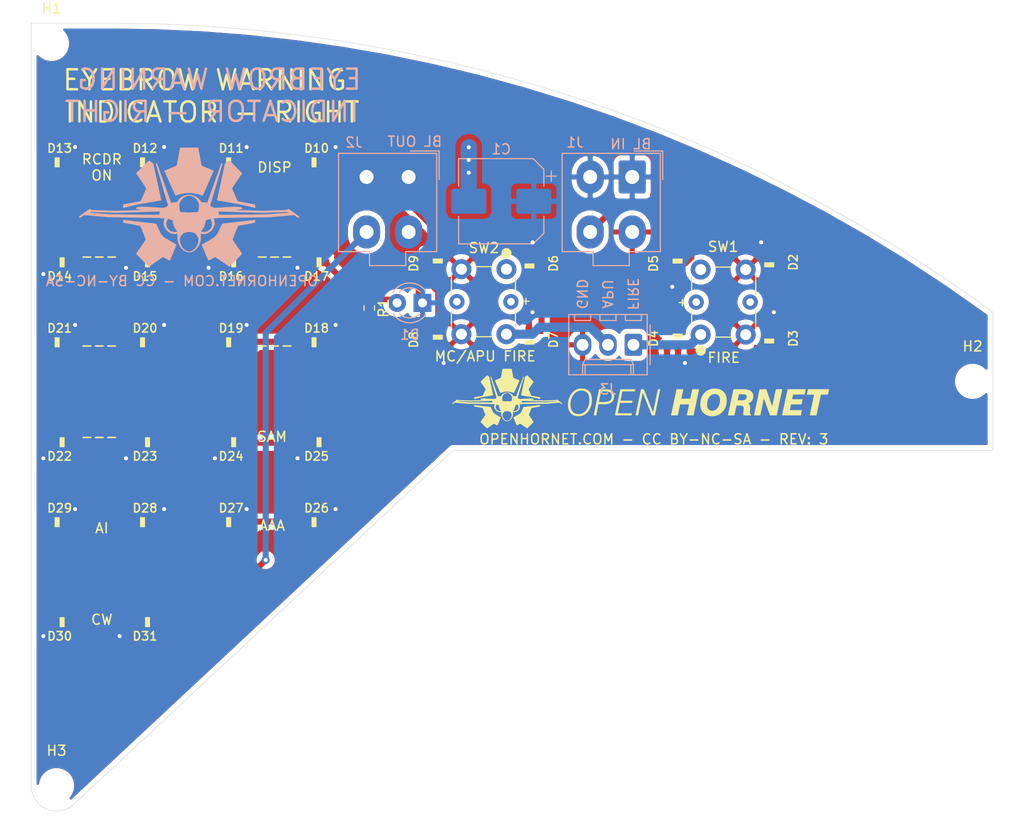
<source format=kicad_pcb>
(kicad_pcb (version 20171130) (host pcbnew "(5.1.9)-1")
  (layers (0 F.Cu signal) (31 B.Cu signal) (34 B.Paste user) (35 F.Paste user) (36 B.SilkS user) (37 F.SilkS user) (38 B.Mask user) (39 F.Mask user) (44 Edge.Cuts user))
  (net 0 "")
  (net 1 GND)
  (net 2 +5V)
  (net 3 "Net-(D1-Pad2)")
  (net 4 /DIN)
  (net 5 "Net-(D2-Pad1)")
  (net 6 "Net-(D3-Pad1)")
  (net 7 "Net-(D4-Pad1)")
  (net 8 "Net-(D5-Pad1)")
  (net 9 "Net-(D6-Pad1)")
  (net 10 "Net-(D7-Pad1)")
  (net 11 "Net-(D8-Pad1)")
  (net 12 /DOUT1)
  (net 13 "Net-(D10-Pad1)")
  (net 14 "Net-(D11-Pad1)")
  (net 15 "Net-(D12-Pad1)")
  (net 16 "Net-(D13-Pad1)")
  (net 17 "Net-(D14-Pad1)")
  (net 18 "Net-(D15-Pad1)")
  (net 19 "Net-(D16-Pad1)")
  (net 20 /DOUT2)
  (net 21 "Net-(D18-Pad1)")
  (net 22 "Net-(D19-Pad1)")
  (net 23 "Net-(D20-Pad1)")
  (net 24 "Net-(D21-Pad1)")
  (net 25 "Net-(D22-Pad1)")
  (net 26 "Net-(D23-Pad1)")
  (net 27 "Net-(D24-Pad1)")
  (net 28 /DOUT3)
  (net 29 "Net-(D26-Pad1)")
  (net 30 "Net-(D27-Pad1)")
  (net 31 "Net-(D28-Pad1)")
  (net 32 "Net-(D29-Pad1)")
  (net 33 "Net-(D30-Pad1)")
  (net 34 /DOUT)
  (net 35 /MC_SW)
  (net 36 /FIRE_SW)
  (module "KiCAD Libraries:OH_LOGO_37.7mm_5.9mm" (layer F.Cu) (at 162.242499 94.998797)
    (fp_text reference G*** hide)
    (fp_text value LOGO hide)
  )
  (module "KiCAD Libraries:OH_LOGO_ONLY_22mm_12mm" (layer B.Cu) (at 117.157499 75.948797 180)
    (fp_text reference G*** hide)
    (fp_text value LOGO hide)
  )
  (module KiCAD_Libraries:TL1240GQ (layer F.Cu) (at 144.339049 88.562196 90)
    (fp_text reference SW2 (at 8.62 2.25 180) (layer F.SilkS))
    (fp_text value "MC/APU FIRE" (at -2.21 2.38 180) (layer F.SilkS))
    (fp_text user + (at 3.3 6.4 90) (layer F.SilkS) (effects (font (size 0.8 0.8) (thickness 0.12))))
    (pad 4 thru_hole circle (at 3.25 4.95 90) (size 1.524 1.524) (drill 0.762) (layers *.Cu *.Mask))
    (pad 3 thru_hole circle (at 3.25 -0.45 90) (size 1.524 1.524) (drill 0.762) (layers *.Cu *.Mask))
    (pad 2 thru_hole circle (at 6.5 0 180) (size 2 2) (drill 1.1) (layers *.Cu *.Mask) (net 1 GND))
    (pad 1 thru_hole circle (at 6.5 4.5 180) (size 2 2) (drill 1.1) (layers *.Cu *.Mask))
    (pad 2 thru_hole circle (at 0 0 180) (size 2 2) (drill 1.1) (layers *.Cu *.Mask) (net 1 GND))
    (pad 1 thru_hole circle (at 0 4.5 180) (size 2 2) (drill 1.1) (layers *.Cu *.Mask) (net 35 /MC_SW))
  )
  (module KiCAD_Libraries:TL1240GQ (layer F.Cu) (at 172.759049 82.102196 270)
    (fp_text reference SW1 (at -2.28 2.26 180) (layer F.SilkS))
    (fp_text value FIRE (at 8.81 2.19 180) (layer F.SilkS))
    (fp_text user + (at 3.3 6.4 90) (layer F.SilkS) (effects (font (size 0.8 0.8) (thickness 0.12))))
    (pad 4 thru_hole circle (at 3.25 4.95 270) (size 1.524 1.524) (drill 0.762) (layers *.Cu *.Mask))
    (pad 3 thru_hole circle (at 3.25 -0.45 270) (size 1.524 1.524) (drill 0.762) (layers *.Cu *.Mask))
    (pad 2 thru_hole circle (at 6.5 0) (size 2 2) (drill 1.1) (layers *.Cu *.Mask) (net 1 GND))
    (pad 1 thru_hole circle (at 6.5 4.5) (size 2 2) (drill 1.1) (layers *.Cu *.Mask) (net 36 /FIRE_SW))
    (pad 2 thru_hole circle (at 0 0) (size 2 2) (drill 1.1) (layers *.Cu *.Mask) (net 1 GND))
    (pad 1 thru_hole circle (at 0 4.5) (size 2 2) (drill 1.1) (layers *.Cu *.Mask))
  )
  (module Resistor_SMD:R_0603_1608Metric (layer F.Cu) (at 135.12905 85.937195 270)
    (fp_text reference R1 (at 0 -1.43 90) (layer F.SilkS))
    (fp_text value R)
    (pad 2 smd roundrect (at 0.825 0 270) (size 0.8 0.95) (layers F.Cu F.Paste F.Mask) (net 1 GND))
    (pad 1 smd roundrect (at -0.825 0 270) (size 0.8 0.95) (layers F.Cu F.Paste F.Mask) (net 3 "Net-(D1-Pad2)"))
  )
  (module Connector_Molex:Molex_KK-254_AE-6410-03A_1x03_P2.54mm_Vertical (layer B.Cu) (at 161.5313 89.623143 180)
    (fp_text reference J3 (at 2.54 -4.445) (layer B.SilkS) (effects (justify mirror)))
    (fp_text value SW)
    (pad 3 thru_hole oval (at 5.08 0 180) (size 1.74 2.19) (drill 1.19) (layers *.Cu *.Mask) (net 1 GND))
    (pad 2 thru_hole oval (at 2.54 0 180) (size 1.74 2.19) (drill 1.19) (layers *.Cu *.Mask) (net 35 /MC_SW))
    (pad 1 thru_hole roundrect (at 0 0 180) (size 1.74 2.19) (drill 1.19) (layers *.Cu *.Mask) (roundrect_rratio 0.1436775862068966) (net 36 /FIRE_SW))
  )
  (module Connector_Molex:Molex_Mini-Fit_Jr_5566-04A_2x02_P4.20mm_Vertical (layer B.Cu) (at 139.0613 72.844144 180)
    (fp_text reference J2 (at 5.47 3.45) (layer B.SilkS) (effects (justify mirror)))
    (fp_text value "BL OUT" (at -0.626 3.541001) (layer B.SilkS) (effects (justify mirror)))
    (pad 4 thru_hole oval (at 4.2 -5.5 180) (size 2.7 3.3) (drill 1.4) (layers *.Cu *.Mask) (net 34 /DOUT))
    (pad 3 thru_hole oval (at 0 -5.5 180) (size 2.7 3.3) (drill 1.4) (layers *.Cu *.Mask) (net 1 GND))
    (pad 2 thru_hole oval (at 4.2 0 180) (size 2.7 3.3) (drill 1.4) (layers *.Cu *.Mask) (net 2 +5V))
    (pad 1 thru_hole roundrect (at 0 0 180) (size 2.7 3.3) (drill 1.4) (layers *.Cu *.Mask) (roundrect_rratio 0.09259296296296296) (net 2 +5V))
  )
  (module Connector_Molex:Molex_Mini-Fit_Jr_5566-04A_2x02_P4.20mm_Vertical (layer B.Cu) (at 161.4133 72.844144 180)
    (fp_text reference J1 (at 5.724 3.45) (layer B.SilkS) (effects (justify mirror)))
    (fp_text value "BL IN" (at 0.136 3.287001) (layer B.SilkS) (effects (justify mirror)))
    (pad 4 thru_hole oval (at 4.2 -5.5 180) (size 2.7 3.3) (drill 1.4) (layers *.Cu *.Mask) (net 4 /DIN))
    (pad 3 thru_hole oval (at 0 -5.5 180) (size 2.7 3.3) (drill 1.4) (layers *.Cu *.Mask) (net 1 GND))
    (pad 2 thru_hole oval (at 4.2 0 180) (size 2.7 3.3) (drill 1.4) (layers *.Cu *.Mask) (net 2 +5V))
    (pad 1 thru_hole roundrect (at 0 0 180) (size 2.7 3.3) (drill 1.4) (layers *.Cu *.Mask) (roundrect_rratio 0.09259296296296296) (net 2 +5V))
  )
  (module MountingHole:MountingHole_2.5mm (layer F.Cu) (at 103.873299 133.692144)
    (fp_text reference H3 (at 0 -3.5) (layer F.SilkS))
    (fp_text value MountingHole)
    (pad 1 np_thru_hole circle (at 0 0) (size 2.5 2.5) (drill 2.5) (layers *.Cu *.Mask))
  )
  (module MountingHole:MountingHole_2.5mm (layer F.Cu) (at 195.440298 93.273658)
    (fp_text reference H2 (at 0 -3.5) (layer F.SilkS))
    (fp_text value MountingHole)
    (pad 1 np_thru_hole circle (at 0 0) (size 2.5 2.5) (drill 2.5) (layers *.Cu *.Mask))
  )
  (module MountingHole:MountingHole_2.5mm (layer F.Cu) (at 103.365299 59.502298)
    (fp_text reference H1 (at 0 -3.5) (layer F.SilkS))
    (fp_text value MountingHole)
    (pad 1 np_thru_hole circle (at 0 0) (size 2.5 2.5) (drill 2.5) (layers *.Cu *.Mask))
  )
  (module KiCAD_Libraries:WS2812-2020 (layer F.Cu) (at 112.712499 116.842797)
    (fp_text reference D31 (at 0 1.905) (layer F.SilkS) (effects (font (size 0.85 0.85))))
    (fp_text value LED hide)
    (pad 4 smd rect (at -0.915 0.55) (size 0.7 0.7) (layers F.Cu F.Paste F.Mask) (net 2 +5V))
    (pad 3 smd rect (at -0.915 -0.55) (size 0.7 0.7) (layers F.Cu F.Paste F.Mask) (net 33 "Net-(D30-Pad1)"))
    (pad 2 smd rect (at 0.915 -0.55) (size 0.7 0.7) (layers F.Cu F.Paste F.Mask) (net 1 GND))
    (pad 1 smd rect (at 0.915 0.55) (size 0.7 0.7) (layers F.Cu F.Paste F.Mask) (net 34 /DOUT))
  )
  (module KiCAD_Libraries:WS2812-2020 (layer F.Cu) (at 104.178099 116.842797)
    (fp_text reference D30 (at 0 1.905) (layer F.SilkS) (effects (font (size 0.85 0.85))))
    (fp_text value LED hide)
    (pad 4 smd rect (at -0.915 0.55) (size 0.7 0.7) (layers F.Cu F.Paste F.Mask) (net 2 +5V))
    (pad 3 smd rect (at -0.915 -0.55) (size 0.7 0.7) (layers F.Cu F.Paste F.Mask) (net 32 "Net-(D29-Pad1)"))
    (pad 2 smd rect (at 0.915 -0.55) (size 0.7 0.7) (layers F.Cu F.Paste F.Mask) (net 1 GND))
    (pad 1 smd rect (at 0.915 0.55) (size 0.7 0.7) (layers F.Cu F.Paste F.Mask) (net 33 "Net-(D30-Pad1)"))
  )
  (module KiCAD_Libraries:WS2812-2020 (layer F.Cu) (at 104.178099 107.851197 180)
    (fp_text reference D29 (at 0 1.905) (layer F.SilkS) (effects (font (size 0.85 0.85))))
    (fp_text value LED hide)
    (pad 4 smd rect (at -0.915 0.55 180) (size 0.7 0.7) (layers F.Cu F.Paste F.Mask) (net 2 +5V))
    (pad 3 smd rect (at -0.915 -0.55 180) (size 0.7 0.7) (layers F.Cu F.Paste F.Mask) (net 31 "Net-(D28-Pad1)"))
    (pad 2 smd rect (at 0.915 -0.55 180) (size 0.7 0.7) (layers F.Cu F.Paste F.Mask) (net 1 GND))
    (pad 1 smd rect (at 0.915 0.55 180) (size 0.7 0.7) (layers F.Cu F.Paste F.Mask) (net 32 "Net-(D29-Pad1)"))
  )
  (module KiCAD_Libraries:WS2812-2020 (layer F.Cu) (at 112.712499 107.851197 180)
    (fp_text reference D28 (at 0 1.905) (layer F.SilkS) (effects (font (size 0.85 0.85))))
    (fp_text value LED hide)
    (pad 4 smd rect (at -0.915 0.55 180) (size 0.7 0.7) (layers F.Cu F.Paste F.Mask) (net 2 +5V))
    (pad 3 smd rect (at -0.915 -0.55 180) (size 0.7 0.7) (layers F.Cu F.Paste F.Mask) (net 30 "Net-(D27-Pad1)"))
    (pad 2 smd rect (at 0.915 -0.55 180) (size 0.7 0.7) (layers F.Cu F.Paste F.Mask) (net 1 GND))
    (pad 1 smd rect (at 0.915 0.55 180) (size 0.7 0.7) (layers F.Cu F.Paste F.Mask) (net 31 "Net-(D28-Pad1)"))
  )
  (module KiCAD_Libraries:WS2812-2020 (layer F.Cu) (at 121.323099 107.851197 180)
    (fp_text reference D27 (at 0 1.905) (layer F.SilkS) (effects (font (size 0.85 0.85))))
    (fp_text value LED hide)
    (pad 4 smd rect (at -0.915 0.55 180) (size 0.7 0.7) (layers F.Cu F.Paste F.Mask) (net 2 +5V))
    (pad 3 smd rect (at -0.915 -0.55 180) (size 0.7 0.7) (layers F.Cu F.Paste F.Mask) (net 29 "Net-(D26-Pad1)"))
    (pad 2 smd rect (at 0.915 -0.55 180) (size 0.7 0.7) (layers F.Cu F.Paste F.Mask) (net 1 GND))
    (pad 1 smd rect (at 0.915 0.55 180) (size 0.7 0.7) (layers F.Cu F.Paste F.Mask) (net 30 "Net-(D27-Pad1)"))
  )
  (module KiCAD_Libraries:WS2812-2020 (layer F.Cu) (at 129.857499 107.851197 180)
    (fp_text reference D26 (at 0 1.905) (layer F.SilkS) (effects (font (size 0.85 0.85))))
    (fp_text value LED hide)
    (pad 4 smd rect (at -0.915 0.55 180) (size 0.7 0.7) (layers F.Cu F.Paste F.Mask) (net 2 +5V))
    (pad 3 smd rect (at -0.915 -0.55 180) (size 0.7 0.7) (layers F.Cu F.Paste F.Mask) (net 28 /DOUT3))
    (pad 2 smd rect (at 0.915 -0.55 180) (size 0.7 0.7) (layers F.Cu F.Paste F.Mask) (net 1 GND))
    (pad 1 smd rect (at 0.915 0.55 180) (size 0.7 0.7) (layers F.Cu F.Paste F.Mask) (net 29 "Net-(D26-Pad1)"))
  )
  (module KiCAD_Libraries:WS2812-2020 (layer F.Cu) (at 129.857499 98.859597)
    (fp_text reference D25 (at 0 1.905) (layer F.SilkS) (effects (font (size 0.85 0.85))))
    (fp_text value LED hide)
    (pad 4 smd rect (at -0.915 0.55) (size 0.7 0.7) (layers F.Cu F.Paste F.Mask) (net 2 +5V))
    (pad 3 smd rect (at -0.915 -0.55) (size 0.7 0.7) (layers F.Cu F.Paste F.Mask) (net 27 "Net-(D24-Pad1)"))
    (pad 2 smd rect (at 0.915 -0.55) (size 0.7 0.7) (layers F.Cu F.Paste F.Mask) (net 1 GND))
    (pad 1 smd rect (at 0.915 0.55) (size 0.7 0.7) (layers F.Cu F.Paste F.Mask) (net 28 /DOUT3))
  )
  (module KiCAD_Libraries:WS2812-2020 (layer F.Cu) (at 121.323099 98.859597)
    (fp_text reference D24 (at 0 1.905) (layer F.SilkS) (effects (font (size 0.85 0.85))))
    (fp_text value LED hide)
    (pad 4 smd rect (at -0.915 0.55) (size 0.7 0.7) (layers F.Cu F.Paste F.Mask) (net 2 +5V))
    (pad 3 smd rect (at -0.915 -0.55) (size 0.7 0.7) (layers F.Cu F.Paste F.Mask) (net 26 "Net-(D23-Pad1)"))
    (pad 2 smd rect (at 0.915 -0.55) (size 0.7 0.7) (layers F.Cu F.Paste F.Mask) (net 1 GND))
    (pad 1 smd rect (at 0.915 0.55) (size 0.7 0.7) (layers F.Cu F.Paste F.Mask) (net 27 "Net-(D24-Pad1)"))
  )
  (module KiCAD_Libraries:WS2812-2020 (layer F.Cu) (at 112.712499 98.859597)
    (fp_text reference D23 (at 0 1.905) (layer F.SilkS) (effects (font (size 0.85 0.85))))
    (fp_text value LED hide)
    (pad 4 smd rect (at -0.915 0.55) (size 0.7 0.7) (layers F.Cu F.Paste F.Mask) (net 2 +5V))
    (pad 3 smd rect (at -0.915 -0.55) (size 0.7 0.7) (layers F.Cu F.Paste F.Mask) (net 25 "Net-(D22-Pad1)"))
    (pad 2 smd rect (at 0.915 -0.55) (size 0.7 0.7) (layers F.Cu F.Paste F.Mask) (net 1 GND))
    (pad 1 smd rect (at 0.915 0.55) (size 0.7 0.7) (layers F.Cu F.Paste F.Mask) (net 26 "Net-(D23-Pad1)"))
  )
  (module KiCAD_Libraries:WS2812-2020 (layer F.Cu) (at 104.178099 98.859597)
    (fp_text reference D22 (at 0 1.905) (layer F.SilkS) (effects (font (size 0.85 0.85))))
    (fp_text value LED hide)
    (pad 4 smd rect (at -0.915 0.55) (size 0.7 0.7) (layers F.Cu F.Paste F.Mask) (net 2 +5V))
    (pad 3 smd rect (at -0.915 -0.55) (size 0.7 0.7) (layers F.Cu F.Paste F.Mask) (net 24 "Net-(D21-Pad1)"))
    (pad 2 smd rect (at 0.915 -0.55) (size 0.7 0.7) (layers F.Cu F.Paste F.Mask) (net 1 GND))
    (pad 1 smd rect (at 0.915 0.55) (size 0.7 0.7) (layers F.Cu F.Paste F.Mask) (net 25 "Net-(D22-Pad1)"))
  )
  (module KiCAD_Libraries:WS2812-2020 (layer F.Cu) (at 104.178099 89.867997 180)
    (fp_text reference D21 (at 0 1.905) (layer F.SilkS) (effects (font (size 0.85 0.85))))
    (fp_text value LED hide)
    (pad 4 smd rect (at -0.915 0.55 180) (size 0.7 0.7) (layers F.Cu F.Paste F.Mask) (net 2 +5V))
    (pad 3 smd rect (at -0.915 -0.55 180) (size 0.7 0.7) (layers F.Cu F.Paste F.Mask) (net 23 "Net-(D20-Pad1)"))
    (pad 2 smd rect (at 0.915 -0.55 180) (size 0.7 0.7) (layers F.Cu F.Paste F.Mask) (net 1 GND))
    (pad 1 smd rect (at 0.915 0.55 180) (size 0.7 0.7) (layers F.Cu F.Paste F.Mask) (net 24 "Net-(D21-Pad1)"))
  )
  (module KiCAD_Libraries:WS2812-2020 (layer F.Cu) (at 112.712499 89.867997 180)
    (fp_text reference D20 (at 0 1.905) (layer F.SilkS) (effects (font (size 0.85 0.85))))
    (fp_text value LED hide)
    (pad 4 smd rect (at -0.915 0.55 180) (size 0.7 0.7) (layers F.Cu F.Paste F.Mask) (net 2 +5V))
    (pad 3 smd rect (at -0.915 -0.55 180) (size 0.7 0.7) (layers F.Cu F.Paste F.Mask) (net 22 "Net-(D19-Pad1)"))
    (pad 2 smd rect (at 0.915 -0.55 180) (size 0.7 0.7) (layers F.Cu F.Paste F.Mask) (net 1 GND))
    (pad 1 smd rect (at 0.915 0.55 180) (size 0.7 0.7) (layers F.Cu F.Paste F.Mask) (net 23 "Net-(D20-Pad1)"))
  )
  (module KiCAD_Libraries:WS2812-2020 (layer F.Cu) (at 121.323099 89.867997 180)
    (fp_text reference D19 (at 0 1.905) (layer F.SilkS) (effects (font (size 0.85 0.85))))
    (fp_text value LED hide)
    (pad 4 smd rect (at -0.915 0.55 180) (size 0.7 0.7) (layers F.Cu F.Paste F.Mask) (net 2 +5V))
    (pad 3 smd rect (at -0.915 -0.55 180) (size 0.7 0.7) (layers F.Cu F.Paste F.Mask) (net 21 "Net-(D18-Pad1)"))
    (pad 2 smd rect (at 0.915 -0.55 180) (size 0.7 0.7) (layers F.Cu F.Paste F.Mask) (net 1 GND))
    (pad 1 smd rect (at 0.915 0.55 180) (size 0.7 0.7) (layers F.Cu F.Paste F.Mask) (net 22 "Net-(D19-Pad1)"))
  )
  (module KiCAD_Libraries:WS2812-2020 (layer F.Cu) (at 129.857499 89.867997 180)
    (fp_text reference D18 (at 0 1.905) (layer F.SilkS) (effects (font (size 0.85 0.85))))
    (fp_text value LED hide)
    (pad 4 smd rect (at -0.915 0.55 180) (size 0.7 0.7) (layers F.Cu F.Paste F.Mask) (net 2 +5V))
    (pad 3 smd rect (at -0.915 -0.55 180) (size 0.7 0.7) (layers F.Cu F.Paste F.Mask) (net 20 /DOUT2))
    (pad 2 smd rect (at 0.915 -0.55 180) (size 0.7 0.7) (layers F.Cu F.Paste F.Mask) (net 1 GND))
    (pad 1 smd rect (at 0.915 0.55 180) (size 0.7 0.7) (layers F.Cu F.Paste F.Mask) (net 21 "Net-(D18-Pad1)"))
  )
  (module KiCAD_Libraries:WS2812-2020 (layer F.Cu) (at 129.857499 80.876398)
    (fp_text reference D17 (at 0 1.905) (layer F.SilkS) (effects (font (size 0.85 0.85))))
    (fp_text value LED hide)
    (pad 4 smd rect (at -0.915 0.55) (size 0.7 0.7) (layers F.Cu F.Paste F.Mask) (net 2 +5V))
    (pad 3 smd rect (at -0.915 -0.55) (size 0.7 0.7) (layers F.Cu F.Paste F.Mask) (net 19 "Net-(D16-Pad1)"))
    (pad 2 smd rect (at 0.915 -0.55) (size 0.7 0.7) (layers F.Cu F.Paste F.Mask) (net 1 GND))
    (pad 1 smd rect (at 0.915 0.55) (size 0.7 0.7) (layers F.Cu F.Paste F.Mask) (net 20 /DOUT2))
  )
  (module KiCAD_Libraries:WS2812-2020 (layer F.Cu) (at 121.323099 80.876398)
    (fp_text reference D16 (at 0 1.905) (layer F.SilkS) (effects (font (size 0.85 0.85))))
    (fp_text value LED hide)
    (pad 4 smd rect (at -0.915 0.55) (size 0.7 0.7) (layers F.Cu F.Paste F.Mask) (net 2 +5V))
    (pad 3 smd rect (at -0.915 -0.55) (size 0.7 0.7) (layers F.Cu F.Paste F.Mask) (net 18 "Net-(D15-Pad1)"))
    (pad 2 smd rect (at 0.915 -0.55) (size 0.7 0.7) (layers F.Cu F.Paste F.Mask) (net 1 GND))
    (pad 1 smd rect (at 0.915 0.55) (size 0.7 0.7) (layers F.Cu F.Paste F.Mask) (net 19 "Net-(D16-Pad1)"))
  )
  (module KiCAD_Libraries:WS2812-2020 (layer F.Cu) (at 112.712499 80.876398)
    (fp_text reference D15 (at 0 1.905) (layer F.SilkS) (effects (font (size 0.85 0.85))))
    (fp_text value LED hide)
    (pad 4 smd rect (at -0.915 0.55) (size 0.7 0.7) (layers F.Cu F.Paste F.Mask) (net 2 +5V))
    (pad 3 smd rect (at -0.915 -0.55) (size 0.7 0.7) (layers F.Cu F.Paste F.Mask) (net 17 "Net-(D14-Pad1)"))
    (pad 2 smd rect (at 0.915 -0.55) (size 0.7 0.7) (layers F.Cu F.Paste F.Mask) (net 1 GND))
    (pad 1 smd rect (at 0.915 0.55) (size 0.7 0.7) (layers F.Cu F.Paste F.Mask) (net 18 "Net-(D15-Pad1)"))
  )
  (module KiCAD_Libraries:WS2812-2020 (layer F.Cu) (at 104.178099 80.876398)
    (fp_text reference D14 (at 0 1.905) (layer F.SilkS) (effects (font (size 0.85 0.85))))
    (fp_text value LED hide)
    (pad 4 smd rect (at -0.915 0.55) (size 0.7 0.7) (layers F.Cu F.Paste F.Mask) (net 2 +5V))
    (pad 3 smd rect (at -0.915 -0.55) (size 0.7 0.7) (layers F.Cu F.Paste F.Mask) (net 16 "Net-(D13-Pad1)"))
    (pad 2 smd rect (at 0.915 -0.55) (size 0.7 0.7) (layers F.Cu F.Paste F.Mask) (net 1 GND))
    (pad 1 smd rect (at 0.915 0.55) (size 0.7 0.7) (layers F.Cu F.Paste F.Mask) (net 17 "Net-(D14-Pad1)"))
  )
  (module KiCAD_Libraries:WS2812-2020 (layer F.Cu) (at 104.178099 71.884798 180)
    (fp_text reference D13 (at 0 1.905) (layer F.SilkS) (effects (font (size 0.85 0.85))))
    (fp_text value LED hide)
    (pad 4 smd rect (at -0.915 0.55 180) (size 0.7 0.7) (layers F.Cu F.Paste F.Mask) (net 2 +5V))
    (pad 3 smd rect (at -0.915 -0.55 180) (size 0.7 0.7) (layers F.Cu F.Paste F.Mask) (net 15 "Net-(D12-Pad1)"))
    (pad 2 smd rect (at 0.915 -0.55 180) (size 0.7 0.7) (layers F.Cu F.Paste F.Mask) (net 1 GND))
    (pad 1 smd rect (at 0.915 0.55 180) (size 0.7 0.7) (layers F.Cu F.Paste F.Mask) (net 16 "Net-(D13-Pad1)"))
  )
  (module KiCAD_Libraries:WS2812-2020 (layer F.Cu) (at 112.712499 71.884798 180)
    (fp_text reference D12 (at 0 1.905) (layer F.SilkS) (effects (font (size 0.85 0.85))))
    (fp_text value LED hide)
    (pad 4 smd rect (at -0.915 0.55 180) (size 0.7 0.7) (layers F.Cu F.Paste F.Mask) (net 2 +5V))
    (pad 3 smd rect (at -0.915 -0.55 180) (size 0.7 0.7) (layers F.Cu F.Paste F.Mask) (net 14 "Net-(D11-Pad1)"))
    (pad 2 smd rect (at 0.915 -0.55 180) (size 0.7 0.7) (layers F.Cu F.Paste F.Mask) (net 1 GND))
    (pad 1 smd rect (at 0.915 0.55 180) (size 0.7 0.7) (layers F.Cu F.Paste F.Mask) (net 15 "Net-(D12-Pad1)"))
  )
  (module KiCAD_Libraries:WS2812-2020 (layer F.Cu) (at 121.323099 71.884797 180)
    (fp_text reference D11 (at 0 1.905) (layer F.SilkS) (effects (font (size 0.85 0.85))))
    (fp_text value LED hide)
    (pad 4 smd rect (at -0.915 0.55 180) (size 0.7 0.7) (layers F.Cu F.Paste F.Mask) (net 2 +5V))
    (pad 3 smd rect (at -0.915 -0.55 180) (size 0.7 0.7) (layers F.Cu F.Paste F.Mask) (net 13 "Net-(D10-Pad1)"))
    (pad 2 smd rect (at 0.915 -0.55 180) (size 0.7 0.7) (layers F.Cu F.Paste F.Mask) (net 1 GND))
    (pad 1 smd rect (at 0.915 0.55 180) (size 0.7 0.7) (layers F.Cu F.Paste F.Mask) (net 14 "Net-(D11-Pad1)"))
  )
  (module KiCAD_Libraries:WS2812-2020 (layer F.Cu) (at 129.857499 71.884797 180)
    (fp_text reference D10 (at 0 1.905) (layer F.SilkS) (effects (font (size 0.85 0.85))))
    (fp_text value LED hide)
    (pad 4 smd rect (at -0.915 0.55 180) (size 0.7 0.7) (layers F.Cu F.Paste F.Mask) (net 2 +5V))
    (pad 3 smd rect (at -0.915 -0.55 180) (size 0.7 0.7) (layers F.Cu F.Paste F.Mask) (net 12 /DOUT1))
    (pad 2 smd rect (at 0.915 -0.55 180) (size 0.7 0.7) (layers F.Cu F.Paste F.Mask) (net 1 GND))
    (pad 1 smd rect (at 0.915 0.55 180) (size 0.7 0.7) (layers F.Cu F.Paste F.Mask) (net 13 "Net-(D10-Pad1)"))
  )
  (module KiCAD_Libraries:WS2812-2020 (layer F.Cu) (at 141.47905 81.492195 90)
    (fp_text reference D9 (at 0 -1.905 90) (layer F.SilkS) (effects (font (size 0.85 0.85))))
    (fp_text value LED hide)
    (pad 4 smd rect (at -0.915 0.55 90) (size 0.7 0.7) (layers F.Cu F.Paste F.Mask) (net 2 +5V))
    (pad 3 smd rect (at -0.915 -0.55 90) (size 0.7 0.7) (layers F.Cu F.Paste F.Mask) (net 11 "Net-(D8-Pad1)"))
    (pad 2 smd rect (at 0.915 -0.55 90) (size 0.7 0.7) (layers F.Cu F.Paste F.Mask) (net 1 GND))
    (pad 1 smd rect (at 0.915 0.55 90) (size 0.7 0.7) (layers F.Cu F.Paste F.Mask) (net 12 /DOUT1))
  )
  (module KiCAD_Libraries:WS2812-2020 (layer F.Cu) (at 141.47905 89.112195 90)
    (fp_text reference D8 (at 0 -1.905 90) (layer F.SilkS) (effects (font (size 0.85 0.85))))
    (fp_text value LED hide)
    (pad 4 smd rect (at -0.915 0.55 90) (size 0.7 0.7) (layers F.Cu F.Paste F.Mask) (net 2 +5V))
    (pad 3 smd rect (at -0.915 -0.55 90) (size 0.7 0.7) (layers F.Cu F.Paste F.Mask) (net 10 "Net-(D7-Pad1)"))
    (pad 2 smd rect (at 0.915 -0.55 90) (size 0.7 0.7) (layers F.Cu F.Paste F.Mask) (net 1 GND))
    (pad 1 smd rect (at 0.915 0.55 90) (size 0.7 0.7) (layers F.Cu F.Paste F.Mask) (net 11 "Net-(D8-Pad1)"))
  )
  (module KiCAD_Libraries:WS2812-2020 (layer F.Cu) (at 151.63905 89.112195 270)
    (fp_text reference D7 (at 0 -1.905 90) (layer F.SilkS) (effects (font (size 0.85 0.85))))
    (fp_text value LED hide)
    (pad 4 smd rect (at -0.915 0.55 270) (size 0.7 0.7) (layers F.Cu F.Paste F.Mask) (net 2 +5V))
    (pad 3 smd rect (at -0.915 -0.55 270) (size 0.7 0.7) (layers F.Cu F.Paste F.Mask) (net 9 "Net-(D6-Pad1)"))
    (pad 2 smd rect (at 0.915 -0.55 270) (size 0.7 0.7) (layers F.Cu F.Paste F.Mask) (net 1 GND))
    (pad 1 smd rect (at 0.915 0.55 270) (size 0.7 0.7) (layers F.Cu F.Paste F.Mask) (net 10 "Net-(D7-Pad1)"))
  )
  (module KiCAD_Libraries:WS2812-2020 (layer F.Cu) (at 151.63905 81.492195 270)
    (fp_text reference D6 (at 0 -1.905 90) (layer F.SilkS) (effects (font (size 0.85 0.85))))
    (fp_text value LED hide)
    (pad 4 smd rect (at -0.915 0.55 270) (size 0.7 0.7) (layers F.Cu F.Paste F.Mask) (net 2 +5V))
    (pad 3 smd rect (at -0.915 -0.55 270) (size 0.7 0.7) (layers F.Cu F.Paste F.Mask) (net 8 "Net-(D5-Pad1)"))
    (pad 2 smd rect (at 0.915 -0.55 270) (size 0.7 0.7) (layers F.Cu F.Paste F.Mask) (net 1 GND))
    (pad 1 smd rect (at 0.915 0.55 270) (size 0.7 0.7) (layers F.Cu F.Paste F.Mask) (net 9 "Net-(D6-Pad1)"))
  )
  (module KiCAD_Libraries:WS2812-2020 (layer F.Cu) (at 165.44905 81.502195 90)
    (fp_text reference D5 (at 0 -1.905 90) (layer F.SilkS) (effects (font (size 0.85 0.85))))
    (fp_text value LED hide)
    (pad 4 smd rect (at -0.915 0.55 90) (size 0.7 0.7) (layers F.Cu F.Paste F.Mask) (net 2 +5V))
    (pad 3 smd rect (at -0.915 -0.55 90) (size 0.7 0.7) (layers F.Cu F.Paste F.Mask) (net 7 "Net-(D4-Pad1)"))
    (pad 2 smd rect (at 0.915 -0.55 90) (size 0.7 0.7) (layers F.Cu F.Paste F.Mask) (net 1 GND))
    (pad 1 smd rect (at 0.915 0.55 90) (size 0.7 0.7) (layers F.Cu F.Paste F.Mask) (net 8 "Net-(D5-Pad1)"))
  )
  (module KiCAD_Libraries:WS2812-2020 (layer F.Cu) (at 165.449049 88.992139 90)
    (fp_text reference D4 (at 0 -1.904999 90) (layer F.SilkS) (effects (font (size 0.85 0.85))))
    (fp_text value LED hide)
    (pad 4 smd rect (at -0.915 0.55 90) (size 0.7 0.7) (layers F.Cu F.Paste F.Mask) (net 2 +5V))
    (pad 3 smd rect (at -0.915 -0.55 90) (size 0.7 0.7) (layers F.Cu F.Paste F.Mask) (net 6 "Net-(D3-Pad1)"))
    (pad 2 smd rect (at 0.915 -0.55 90) (size 0.7 0.7) (layers F.Cu F.Paste F.Mask) (net 1 GND))
    (pad 1 smd rect (at 0.915 0.55 90) (size 0.7 0.7) (layers F.Cu F.Paste F.Mask) (net 7 "Net-(D4-Pad1)"))
  )
  (module KiCAD_Libraries:WS2812-2020 (layer F.Cu) (at 175.609049 88.992139 270)
    (fp_text reference D3 (at 0 -1.905001 90) (layer F.SilkS) (effects (font (size 0.85 0.85))))
    (fp_text value LED hide)
    (pad 4 smd rect (at -0.915 0.55 270) (size 0.7 0.7) (layers F.Cu F.Paste F.Mask) (net 2 +5V))
    (pad 3 smd rect (at -0.915 -0.55 270) (size 0.7 0.7) (layers F.Cu F.Paste F.Mask) (net 5 "Net-(D2-Pad1)"))
    (pad 2 smd rect (at 0.915 -0.55 270) (size 0.7 0.7) (layers F.Cu F.Paste F.Mask) (net 1 GND))
    (pad 1 smd rect (at 0.915 0.55 270) (size 0.7 0.7) (layers F.Cu F.Paste F.Mask) (net 6 "Net-(D3-Pad1)"))
  )
  (module KiCAD_Libraries:WS2812-2020 (layer F.Cu) (at 175.609049 81.372139 270)
    (fp_text reference D2 (at 0 -1.905001 90) (layer F.SilkS) (effects (font (size 0.85 0.85))))
    (fp_text value LED hide)
    (pad 4 smd rect (at -0.915 0.55 270) (size 0.7 0.7) (layers F.Cu F.Paste F.Mask) (net 2 +5V))
    (pad 3 smd rect (at -0.915 -0.55 270) (size 0.7 0.7) (layers F.Cu F.Paste F.Mask) (net 4 /DIN))
    (pad 2 smd rect (at 0.915 -0.55 270) (size 0.7 0.7) (layers F.Cu F.Paste F.Mask) (net 1 GND))
    (pad 1 smd rect (at 0.915 0.55 270) (size 0.7 0.7) (layers F.Cu F.Paste F.Mask) (net 5 "Net-(D2-Pad1)"))
  )
  (module LED_THT:LED_D3.0mm (layer B.Cu) (at 140.4493 85.432143 180)
    (fp_text reference D1 (at 1.27 -3.175) (layer B.SilkS) (effects (justify mirror)))
    (fp_text value PWR)
    (pad 2 thru_hole circle (at 2.54 0 180) (size 1.8 1.8) (drill 0.9) (layers *.Cu *.Mask) (net 3 "Net-(D1-Pad2)"))
    (pad 1 thru_hole rect (at 0 0 180) (size 1.8 1.8) (drill 0.9) (layers *.Cu *.Mask) (net 2 +5V))
  )
  (module Capacitor_SMD:CP_Elec_8x10 (layer B.Cu) (at 148.3233 75.272144 180)
    (fp_text reference C1 (at 0 5.2) (layer B.SilkS) (effects (justify mirror)))
    (fp_text value "1000 nF")
    (pad 2 smd roundrect (at 3.25 0 180) (size 3.5 2.5) (layers B.Cu B.Paste B.Mask) (roundrect_rratio 0.1) (net 1 GND))
    (pad 1 smd roundrect (at -3.25 0 180) (size 3.5 2.5) (layers B.Cu B.Paste B.Mask) (roundrect_rratio 0.1) (net 2 +5V))
  )
  (gr_text CW (at 108.394499 117.096797) (layer F.SilkS) (effects (font (size 1 1))))
  (gr_text AAA (at 125.412499 107.698797) (layer F.SilkS) (effects (font (size 1 1))))
  (gr_text AI (at 108.394499 107.952797) (layer F.SilkS) (effects (font (size 1 1))))
  (gr_text SAM (at 125.412499 98.808797) (layer F.SilkS) (effects (font (size 1 1))))
  (gr_text --- (at 108.140499 98.808797) (layer F.SilkS) (effects (font (size 1 1))))
  (gr_text --- (at 125.666499 89.664797) (layer F.SilkS) (effects (font (size 1 1))))
  (gr_text --- (at 108.140499 89.664797) (layer F.SilkS) (effects (font (size 1 1))))
  (gr_text --- (at 125.666499 80.774797) (layer F.SilkS) (effects (font (size 1 1))))
  (gr_text --- (at 108.140499 80.774797) (layer F.SilkS) (effects (font (size 1 1))))
  (gr_text DISP (at 125.666499 71.884797) (layer F.SilkS) (effects (font (size 1 1))))
  (gr_text "RCDR\nON" (at 108.394499 71.884797) (layer F.SilkS) (effects (font (size 1 1))))
  (gr_text "EYEBROW WARNING \nINDICATOR - RIGHT" (at 119.443499 64.772797) (layer F.SilkS) (effects (font (size 2 2) (thickness 0.25))))
  (gr_text "OPENHORNET.COM - CC BY-NC-SA - REV: 3" (at 163.575999 99.062797) (layer F.SilkS) (effects (font (size 1 1))))
  (gr_text "OPENHORNET.COM - CC BY-NC-SA" (at 116.395499 83.251297) (layer B.SilkS) (effects (font (size 1 1)) (justify mirror)))
  (gr_text "EYEBROW WARNING \nINDICATOR - RIGHT" (at 119.379999 64.709297) (layer B.SilkS) (effects (font (size 2 2) (thickness 0.25)) (justify mirror)))
  (gr_line (start 101.333299 57.470297) (end 109.207299 57.470297) (layer Edge.Cuts) (width 0.05))
  (gr_text FIRE (at 161.4678 84.543143 -90) (layer B.SilkS) (effects (font (size 1 1)) (justify mirror)))
  (gr_text APU (at 158.9278 84.543143 -90) (layer B.SilkS) (effects (font (size 1 1)) (justify mirror)))
  (gr_text GND (at 156.3878 84.543143 270) (layer B.SilkS) (effects (font (size 1 1)) (justify mirror)))
  (gr_arc (start 109.207299 206.695296) (end 197.472298 86.373269) (angle -36.2627691) (layer Edge.Cuts) (width 0.05))
  (gr_line (start 197.472298 86.373269) (end 197.472298 100.174047) (layer Edge.Cuts) (width 0.05))
  (gr_line (start 143.516021 100.174047) (end 105.606195 135.549204) (layer Edge.Cuts) (width 0.05))
  (gr_line (start 197.472298 100.174047) (end 143.516021 100.174047) (layer Edge.Cuts) (width 0.05))
  (gr_line (start 101.333299 133.692144) (end 101.333299 57.470297) (layer Edge.Cuts) (width 0.05))
  (gr_arc (start 103.873299 133.692144) (end 101.333299 133.692144) (angle -133.0191311) (layer Edge.Cuts) (width 0.05))
  (segment (start 164.89905 80.587195) (end 164.89905 81.399348) (width 0.6096) (layer F.Cu) (net 1))
  (segment (start 166.752891 81.441996) (end 167.322499 80.872388) (width 0.6096) (layer F.Cu) (net 1))
  (segment (start 164.941698 81.441996) (end 166.752891 81.441996) (width 0.6096) (layer F.Cu) (net 1))
  (segment (start 164.89905 81.399348) (end 164.941698 81.441996) (width 0.6096) (layer F.Cu) (net 1))
  (segment (start 167.322499 80.872388) (end 167.322499 80.012797) (width 0.6096) (layer F.Cu) (net 1))
  (segment (start 145.0733 75.272144) (end 145.0733 72.416996) (width 1.6256) (layer B.Cu) (net 1))
  (segment (start 145.0733 69.876996) (end 145.0733 69.876996) (width 1.6256) (layer B.Cu) (net 1))
  (via (at 145.0733 69.876996) (size 0.8) (drill 0.4) (layers F.Cu B.Cu) (net 1))
  (segment (start 145.0733 71.146996) (end 145.0733 69.876996) (width 1.6256) (layer B.Cu) (net 1))
  (via (at 145.0733 71.146996) (size 0.8) (drill 0.4) (layers F.Cu B.Cu) (net 1))
  (segment (start 145.0733 72.416996) (end 145.0733 71.146996) (width 1.6256) (layer B.Cu) (net 1))
  (via (at 145.0733 72.416996) (size 0.8) (drill 0.4) (layers F.Cu B.Cu) (net 1))
  (segment (start 103.263099 72.434798) (end 103.263099 73.103397) (width 0.6096) (layer F.Cu) (net 1))
  (segment (start 103.263099 73.103397) (end 103.822499 73.662797) (width 0.6096) (layer F.Cu) (net 1))
  (segment (start 103.263099 90.417997) (end 103.263099 90.883397) (width 0.6096) (layer F.Cu) (net 1))
  (segment (start 103.263099 90.883397) (end 104.457499 92.077797) (width 0.6096) (layer F.Cu) (net 1))
  (segment (start 103.263099 108.401197) (end 103.263099 109.298397) (width 0.6096) (layer F.Cu) (net 1))
  (segment (start 103.263099 109.298397) (end 104.457499 110.492797) (width 0.6096) (layer F.Cu) (net 1))
  (segment (start 121.2629 108.055038) (end 121.2629 105.073198) (width 0.6096) (layer F.Cu) (net 1))
  (segment (start 120.916741 108.401197) (end 121.2629 108.055038) (width 0.6096) (layer F.Cu) (net 1))
  (segment (start 120.408099 108.401197) (end 120.916741 108.401197) (width 0.6096) (layer F.Cu) (net 1))
  (segment (start 121.2629 105.073198) (end 120.967499 104.777797) (width 0.6096) (layer F.Cu) (net 1))
  (segment (start 121.383298 98.655756) (end 121.383298 100.748596) (width 0.6096) (layer F.Cu) (net 1))
  (segment (start 121.729457 98.309597) (end 121.383298 98.655756) (width 0.6096) (layer F.Cu) (net 1))
  (segment (start 122.238099 98.309597) (end 121.729457 98.309597) (width 0.6096) (layer F.Cu) (net 1))
  (segment (start 121.383298 100.748596) (end 121.602499 100.967797) (width 0.6096) (layer F.Cu) (net 1))
  (segment (start 121.2629 90.071838) (end 121.2629 86.023198) (width 0.6096) (layer F.Cu) (net 1))
  (segment (start 120.916741 90.417997) (end 121.2629 90.071838) (width 0.6096) (layer F.Cu) (net 1))
  (segment (start 120.408099 90.417997) (end 120.916741 90.417997) (width 0.6096) (layer F.Cu) (net 1))
  (segment (start 121.2629 86.023198) (end 120.967499 85.727797) (width 0.6096) (layer F.Cu) (net 1))
  (segment (start 140.074249 85.057092) (end 140.4493 85.432143) (width 0.6096) (layer F.Cu) (net 2))
  (segment (start 140.074249 81.653354) (end 140.074249 85.057092) (width 0.6096) (layer F.Cu) (net 2))
  (segment (start 140.175209 81.552394) (end 140.074249 81.653354) (width 0.6096) (layer F.Cu) (net 2))
  (segment (start 141.682891 81.552394) (end 140.175209 81.552394) (width 0.6096) (layer F.Cu) (net 2))
  (segment (start 142.02905 81.898553) (end 141.682891 81.552394) (width 0.6096) (layer F.Cu) (net 2))
  (segment (start 142.02905 82.407195) (end 142.02905 81.898553) (width 0.6096) (layer F.Cu) (net 2))
  (segment (start 142.02905 90.914348) (end 142.557499 91.442797) (width 0.6096) (layer F.Cu) (net 2))
  (via (at 142.557499 91.442797) (size 0.8) (drill 0.4) (layers F.Cu B.Cu) (net 2))
  (segment (start 142.02905 90.027195) (end 142.02905 90.914348) (width 0.6096) (layer F.Cu) (net 2))
  (via (at 151.447499 79.377797) (size 0.8) (drill 0.4) (layers F.Cu B.Cu) (net 2))
  (segment (start 151.08905 79.736246) (end 151.447499 79.377797) (width 0.6096) (layer F.Cu) (net 2))
  (segment (start 151.08905 80.577195) (end 151.08905 79.736246) (width 0.6096) (layer F.Cu) (net 2))
  (via (at 110.172499 118.747797) (size 0.8) (drill 0.4) (layers F.Cu B.Cu) (net 2))
  (segment (start 111.527499 117.392797) (end 110.172499 118.747797) (width 0.6096) (layer F.Cu) (net 2))
  (segment (start 111.797499 117.392797) (end 111.527499 117.392797) (width 0.6096) (layer F.Cu) (net 2))
  (via (at 102.552499 118.747797) (size 0.8) (drill 0.4) (layers F.Cu B.Cu) (net 2))
  (segment (start 103.263099 118.037197) (end 102.552499 118.747797) (width 0.6096) (layer F.Cu) (net 2))
  (segment (start 103.263099 117.392797) (end 103.263099 118.037197) (width 0.6096) (layer F.Cu) (net 2))
  (via (at 105.727499 106.047797) (size 0.8) (drill 0.4) (layers F.Cu B.Cu) (net 2))
  (segment (start 105.093099 106.682197) (end 105.727499 106.047797) (width 0.6096) (layer F.Cu) (net 2))
  (segment (start 105.093099 107.301197) (end 105.093099 106.682197) (width 0.6096) (layer F.Cu) (net 2))
  (via (at 114.617499 106.047797) (size 0.8) (drill 0.4) (layers F.Cu B.Cu) (net 2))
  (segment (start 113.627499 107.037797) (end 114.617499 106.047797) (width 0.6096) (layer F.Cu) (net 2))
  (segment (start 113.627499 107.301197) (end 113.627499 107.037797) (width 0.6096) (layer F.Cu) (net 2))
  (via (at 122.872499 106.047797) (size 0.8) (drill 0.4) (layers F.Cu B.Cu) (net 2))
  (segment (start 122.238099 106.682197) (end 122.872499 106.047797) (width 0.6096) (layer F.Cu) (net 2))
  (segment (start 122.238099 107.301197) (end 122.238099 106.682197) (width 0.6096) (layer F.Cu) (net 2))
  (via (at 131.762499 106.047797) (size 0.8) (drill 0.4) (layers F.Cu B.Cu) (net 2))
  (segment (start 130.772499 107.037797) (end 131.762499 106.047797) (width 0.6096) (layer F.Cu) (net 2))
  (segment (start 130.772499 107.301197) (end 130.772499 107.037797) (width 0.6096) (layer F.Cu) (net 2))
  (segment (start 128.942499 99.977797) (end 127.952499 100.967797) (width 0.6096) (layer F.Cu) (net 2))
  (via (at 127.952499 100.967797) (size 0.8) (drill 0.4) (layers F.Cu B.Cu) (net 2))
  (segment (start 128.942499 99.409597) (end 128.942499 99.977797) (width 0.6096) (layer F.Cu) (net 2))
  (via (at 119.697499 100.967797) (size 0.8) (drill 0.4) (layers F.Cu B.Cu) (net 2))
  (segment (start 120.408099 100.257197) (end 119.697499 100.967797) (width 0.6096) (layer F.Cu) (net 2))
  (segment (start 120.408099 99.409597) (end 120.408099 100.257197) (width 0.6096) (layer F.Cu) (net 2))
  (via (at 110.807499 100.967797) (size 0.8) (drill 0.4) (layers F.Cu B.Cu) (net 2))
  (segment (start 111.797499 99.977797) (end 110.807499 100.967797) (width 0.6096) (layer F.Cu) (net 2))
  (segment (start 111.797499 99.409597) (end 111.797499 99.977797) (width 0.6096) (layer F.Cu) (net 2))
  (via (at 102.552499 100.967797) (size 0.8) (drill 0.4) (layers F.Cu B.Cu) (net 2))
  (segment (start 103.263099 100.257197) (end 102.552499 100.967797) (width 0.6096) (layer F.Cu) (net 2))
  (segment (start 103.263099 99.409597) (end 103.263099 100.257197) (width 0.6096) (layer F.Cu) (net 2))
  (via (at 105.727499 87.632797) (size 0.8) (drill 0.4) (layers F.Cu B.Cu) (net 2))
  (segment (start 105.093099 88.267197) (end 105.727499 87.632797) (width 0.6096) (layer F.Cu) (net 2))
  (segment (start 105.093099 89.317997) (end 105.093099 88.267197) (width 0.6096) (layer F.Cu) (net 2))
  (via (at 114.617499 87.632797) (size 0.8) (drill 0.4) (layers F.Cu B.Cu) (net 2))
  (segment (start 113.627499 88.622797) (end 114.617499 87.632797) (width 0.6096) (layer F.Cu) (net 2))
  (segment (start 113.627499 89.317997) (end 113.627499 88.622797) (width 0.6096) (layer F.Cu) (net 2))
  (via (at 122.872499 87.632797) (size 0.8) (drill 0.4) (layers F.Cu B.Cu) (net 2))
  (segment (start 122.238099 88.267197) (end 122.872499 87.632797) (width 0.6096) (layer F.Cu) (net 2))
  (segment (start 122.238099 89.317997) (end 122.238099 88.267197) (width 0.6096) (layer F.Cu) (net 2))
  (via (at 131.762499 87.632797) (size 0.8) (drill 0.4) (layers F.Cu B.Cu) (net 2))
  (segment (start 130.772499 88.622797) (end 131.762499 87.632797) (width 0.6096) (layer F.Cu) (net 2))
  (segment (start 130.772499 89.317997) (end 130.772499 88.622797) (width 0.6096) (layer F.Cu) (net 2))
  (segment (start 128.443898 81.426398) (end 127.952499 81.917797) (width 0.6096) (layer F.Cu) (net 2))
  (segment (start 128.942499 81.426398) (end 128.443898 81.426398) (width 0.6096) (layer F.Cu) (net 2))
  (via (at 127.952499 81.917797) (size 0.8) (drill 0.4) (layers F.Cu B.Cu) (net 2))
  (via (at 119.062499 81.917797) (size 0.8) (drill 0.4) (layers F.Cu B.Cu) (net 2))
  (segment (start 119.553898 81.426398) (end 119.062499 81.917797) (width 0.6096) (layer F.Cu) (net 2))
  (segment (start 120.408099 81.426398) (end 119.553898 81.426398) (width 0.6096) (layer F.Cu) (net 2))
  (via (at 110.807499 81.917797) (size 0.8) (drill 0.4) (layers F.Cu B.Cu) (net 2))
  (segment (start 111.298898 81.426398) (end 110.807499 81.917797) (width 0.6096) (layer F.Cu) (net 2))
  (segment (start 111.797499 81.426398) (end 111.298898 81.426398) (width 0.6096) (layer F.Cu) (net 2))
  (segment (start 103.263099 81.426398) (end 103.263099 81.842197) (width 0.6096) (layer F.Cu) (net 2))
  (via (at 102.552499 82.552797) (size 0.8) (drill 0.4) (layers F.Cu B.Cu) (net 2))
  (segment (start 103.263099 81.842197) (end 102.552499 82.552797) (width 0.6096) (layer F.Cu) (net 2))
  (via (at 105.727499 69.852797) (size 0.8) (drill 0.4) (layers F.Cu B.Cu) (net 2))
  (segment (start 105.093099 70.487197) (end 105.727499 69.852797) (width 0.6096) (layer F.Cu) (net 2))
  (segment (start 105.093099 71.334798) (end 105.093099 70.487197) (width 0.6096) (layer F.Cu) (net 2))
  (segment (start 113.627499 70.842797) (end 114.617499 69.852797) (width 0.6096) (layer F.Cu) (net 2))
  (via (at 114.617499 69.852797) (size 0.8) (drill 0.4) (layers F.Cu B.Cu) (net 2))
  (segment (start 113.627499 71.334798) (end 113.627499 70.842797) (width 0.6096) (layer F.Cu) (net 2))
  (via (at 122.872499 69.852797) (size 0.8) (drill 0.4) (layers F.Cu B.Cu) (net 2))
  (segment (start 122.238099 70.487197) (end 122.872499 69.852797) (width 0.6096) (layer F.Cu) (net 2))
  (segment (start 122.238099 71.334797) (end 122.238099 70.487197) (width 0.6096) (layer F.Cu) (net 2))
  (via (at 131.762499 69.852797) (size 0.8) (drill 0.4) (layers F.Cu B.Cu) (net 2))
  (segment (start 130.772499 70.842797) (end 131.762499 69.852797) (width 0.6096) (layer F.Cu) (net 2))
  (segment (start 130.772499 71.334797) (end 130.772499 70.842797) (width 0.6096) (layer F.Cu) (net 2))
  (segment (start 151.08905 86.721246) (end 151.447499 86.362797) (width 0.6096) (layer F.Cu) (net 2))
  (segment (start 151.08905 88.197195) (end 151.08905 86.721246) (width 0.6096) (layer F.Cu) (net 2))
  (via (at 151.447499 86.362797) (size 0.8) (drill 0.4) (layers F.Cu B.Cu) (net 2))
  (via (at 165.417499 83.822797) (size 0.8) (drill 0.4) (layers F.Cu B.Cu) (net 2))
  (segment (start 165.99905 83.241246) (end 165.417499 83.822797) (width 0.6096) (layer F.Cu) (net 2))
  (segment (start 165.99905 82.417195) (end 165.99905 83.241246) (width 0.6096) (layer F.Cu) (net 2))
  (via (at 166.687499 91.442797) (size 0.8) (drill 0.4) (layers F.Cu B.Cu) (net 2))
  (segment (start 165.999049 90.754347) (end 166.687499 91.442797) (width 0.6096) (layer F.Cu) (net 2))
  (segment (start 165.999049 89.907139) (end 165.999049 90.754347) (width 0.6096) (layer F.Cu) (net 2))
  (via (at 175.577499 86.362797) (size 0.8) (drill 0.4) (layers F.Cu B.Cu) (net 2))
  (segment (start 175.059049 86.881247) (end 175.577499 86.362797) (width 0.6096) (layer F.Cu) (net 2))
  (segment (start 175.059049 88.077139) (end 175.059049 86.881247) (width 0.6096) (layer F.Cu) (net 2))
  (via (at 174.307499 79.377797) (size 0.8) (drill 0.4) (layers F.Cu B.Cu) (net 2))
  (segment (start 175.059049 80.129347) (end 174.307499 79.377797) (width 0.6096) (layer F.Cu) (net 2))
  (segment (start 175.059049 80.457139) (end 175.059049 80.129347) (width 0.6096) (layer F.Cu) (net 2))
  (segment (start 137.589352 85.112195) (end 137.9093 85.432143) (width 0.6096) (layer F.Cu) (net 3))
  (segment (start 135.12905 85.112195) (end 137.589352 85.112195) (width 0.6096) (layer F.Cu) (net 3))
  (segment (start 176.159049 79.948497) (end 176.159049 80.457139) (width 0.6096) (layer F.Cu) (net 4))
  (segment (start 171.778349 75.567797) (end 176.159049 79.948497) (width 0.6096) (layer F.Cu) (net 4))
  (segment (start 159.989647 75.567797) (end 171.778349 75.567797) (width 0.6096) (layer F.Cu) (net 4))
  (segment (start 157.2133 78.344144) (end 159.989647 75.567797) (width 0.6096) (layer F.Cu) (net 4))
  (segment (start 175.059049 84.505239) (end 176.482301 85.928491) (width 0.6096) (layer F.Cu) (net 5))
  (segment (start 175.059049 82.287139) (end 175.059049 84.505239) (width 0.6096) (layer F.Cu) (net 5))
  (segment (start 176.482301 85.928491) (end 176.482301 87.753887) (width 0.6096) (layer F.Cu) (net 5))
  (segment (start 176.482301 87.753887) (end 176.159049 88.077139) (width 0.6096) (layer F.Cu) (net 5))
  (segment (start 172.618589 92.347599) (end 175.059049 89.907139) (width 0.6096) (layer F.Cu) (net 6))
  (segment (start 164.899049 89.907139) (end 164.899049 90.993455) (width 0.6096) (layer F.Cu) (net 6))
  (segment (start 164.899049 90.993455) (end 166.253193 92.347599) (width 0.6096) (layer F.Cu) (net 6))
  (segment (start 166.253193 92.347599) (end 172.618589 92.347599) (width 0.6096) (layer F.Cu) (net 6))
  (segment (start 165.999049 88.077139) (end 165.999049 85.743455) (width 0.6096) (layer F.Cu) (net 7))
  (segment (start 165.999049 85.743455) (end 164.512697 84.257103) (width 0.6096) (layer F.Cu) (net 7))
  (segment (start 164.512697 84.257103) (end 164.512697 82.803548) (width 0.6096) (layer F.Cu) (net 7))
  (segment (start 164.512697 82.803548) (end 164.89905 82.417195) (width 0.6096) (layer F.Cu) (net 7))
  (segment (start 153.529652 81.917797) (end 152.18905 80.577195) (width 0.6096) (layer F.Cu) (net 8))
  (segment (start 164.044249 80.116047) (end 162.242499 81.917797) (width 0.6096) (layer F.Cu) (net 8))
  (segment (start 164.044249 79.833354) (end 164.044249 80.116047) (width 0.6096) (layer F.Cu) (net 8))
  (segment (start 164.145209 79.732394) (end 164.044249 79.833354) (width 0.6096) (layer F.Cu) (net 8))
  (segment (start 165.652891 79.732394) (end 164.145209 79.732394) (width 0.6096) (layer F.Cu) (net 8))
  (segment (start 162.242499 81.917797) (end 153.529652 81.917797) (width 0.6096) (layer F.Cu) (net 8))
  (segment (start 165.99905 80.078553) (end 165.652891 79.732394) (width 0.6096) (layer F.Cu) (net 8))
  (segment (start 165.99905 80.587195) (end 165.99905 80.078553) (width 0.6096) (layer F.Cu) (net 8))
  (segment (start 151.08905 84.66524) (end 152.352301 85.928491) (width 0.6096) (layer F.Cu) (net 9))
  (segment (start 152.352301 85.928491) (end 152.352301 88.033944) (width 0.6096) (layer F.Cu) (net 9))
  (segment (start 152.352301 88.033944) (end 152.18905 88.197195) (width 0.6096) (layer F.Cu) (net 9))
  (segment (start 151.08905 82.407195) (end 151.08905 84.66524) (width 0.6096) (layer F.Cu) (net 9))
  (segment (start 140.92905 91.153456) (end 140.92905 90.027195) (width 0.6096) (layer F.Cu) (net 10))
  (segment (start 151.08905 90.027195) (end 148.768646 92.347599) (width 0.6096) (layer F.Cu) (net 10))
  (segment (start 148.768646 92.347599) (end 142.123193 92.347599) (width 0.6096) (layer F.Cu) (net 10))
  (segment (start 142.123193 92.347599) (end 140.92905 91.153456) (width 0.6096) (layer F.Cu) (net 10))
  (segment (start 140.92905 83.203251) (end 140.92905 82.407195) (width 0.6096) (layer F.Cu) (net 11))
  (segment (start 142.02905 84.303251) (end 140.92905 83.203251) (width 0.6096) (layer F.Cu) (net 11))
  (segment (start 142.02905 88.197195) (end 142.02905 84.303251) (width 0.6096) (layer F.Cu) (net 11))
  (segment (start 133.336656 74.998954) (end 130.772499 72.434797) (width 0.6096) (layer F.Cu) (net 12))
  (segment (start 138.639207 74.998954) (end 133.336656 74.998954) (width 0.6096) (layer F.Cu) (net 12))
  (segment (start 142.02905 78.388797) (end 138.639207 74.998954) (width 0.6096) (layer F.Cu) (net 12))
  (segment (start 142.02905 80.577195) (end 142.02905 78.388797) (width 0.6096) (layer F.Cu) (net 12))
  (segment (start 122.746741 72.434797) (end 122.238099 72.434797) (width 0.6096) (layer F.Cu) (net 13))
  (segment (start 123.846741 71.334797) (end 122.746741 72.434797) (width 0.6096) (layer F.Cu) (net 13))
  (segment (start 128.942499 71.334797) (end 123.846741 71.334797) (width 0.6096) (layer F.Cu) (net 13))
  (segment (start 114.136141 72.434798) (end 113.627499 72.434798) (width 0.6096) (layer F.Cu) (net 14))
  (segment (start 115.236142 71.334797) (end 114.136141 72.434798) (width 0.6096) (layer F.Cu) (net 14))
  (segment (start 120.408099 71.334797) (end 115.236142 71.334797) (width 0.6096) (layer F.Cu) (net 14))
  (segment (start 105.601741 72.434798) (end 105.093099 72.434798) (width 0.6096) (layer F.Cu) (net 15))
  (segment (start 106.701741 71.334798) (end 105.601741 72.434798) (width 0.6096) (layer F.Cu) (net 15))
  (segment (start 111.797499 71.334798) (end 106.701741 71.334798) (width 0.6096) (layer F.Cu) (net 15))
  (segment (start 102.408298 79.471597) (end 103.263099 80.326398) (width 0.6096) (layer F.Cu) (net 16))
  (segment (start 102.408298 71.680957) (end 102.408298 79.471597) (width 0.6096) (layer F.Cu) (net 16))
  (segment (start 102.754457 71.334798) (end 102.408298 71.680957) (width 0.6096) (layer F.Cu) (net 16))
  (segment (start 103.263099 71.334798) (end 102.754457 71.334798) (width 0.6096) (layer F.Cu) (net 16))
  (segment (start 105.093099 81.426398) (end 109.95979 81.426398) (width 0.6096) (layer F.Cu) (net 17))
  (segment (start 109.95979 81.426398) (end 111.05979 80.326398) (width 0.6096) (layer F.Cu) (net 17))
  (segment (start 111.05979 80.326398) (end 111.797499 80.326398) (width 0.6096) (layer F.Cu) (net 17))
  (segment (start 118.21479 81.426398) (end 119.31479 80.326398) (width 0.6096) (layer F.Cu) (net 18))
  (segment (start 113.627499 81.426398) (end 118.21479 81.426398) (width 0.6096) (layer F.Cu) (net 18))
  (segment (start 119.31479 80.326398) (end 120.408099 80.326398) (width 0.6096) (layer F.Cu) (net 18))
  (segment (start 122.238099 81.426398) (end 127.10479 81.426398) (width 0.6096) (layer F.Cu) (net 19))
  (segment (start 127.10479 81.426398) (end 128.20479 80.326398) (width 0.6096) (layer F.Cu) (net 19))
  (segment (start 128.20479 80.326398) (end 128.942499 80.326398) (width 0.6096) (layer F.Cu) (net 19))
  (segment (start 132.667301 83.3212) (end 132.667301 89.482795) (width 0.6096) (layer F.Cu) (net 20))
  (segment (start 130.772499 81.426398) (end 132.667301 83.3212) (width 0.6096) (layer F.Cu) (net 20))
  (segment (start 132.667301 89.482795) (end 131.732099 90.417997) (width 0.6096) (layer F.Cu) (net 20))
  (segment (start 131.732099 90.417997) (end 130.772499 90.417997) (width 0.6096) (layer F.Cu) (net 20))
  (segment (start 122.746741 90.417997) (end 122.238099 90.417997) (width 0.6096) (layer F.Cu) (net 21))
  (segment (start 123.846741 89.317997) (end 122.746741 90.417997) (width 0.6096) (layer F.Cu) (net 21))
  (segment (start 128.942499 89.317997) (end 123.846741 89.317997) (width 0.6096) (layer F.Cu) (net 21))
  (segment (start 114.136141 90.417997) (end 113.627499 90.417997) (width 0.6096) (layer F.Cu) (net 22))
  (segment (start 115.236141 89.317997) (end 114.136141 90.417997) (width 0.6096) (layer F.Cu) (net 22))
  (segment (start 120.408099 89.317997) (end 115.236141 89.317997) (width 0.6096) (layer F.Cu) (net 22))
  (segment (start 109.737899 90.417997) (end 105.093099 90.417997) (width 0.6096) (layer F.Cu) (net 23))
  (segment (start 110.837899 89.317997) (end 109.737899 90.417997) (width 0.6096) (layer F.Cu) (net 23))
  (segment (start 111.797499 89.317997) (end 110.837899 89.317997) (width 0.6096) (layer F.Cu) (net 23))
  (segment (start 102.408298 97.454796) (end 103.263099 98.309597) (width 0.6096) (layer F.Cu) (net 24))
  (segment (start 102.408298 89.664156) (end 102.408298 97.454796) (width 0.6096) (layer F.Cu) (net 24))
  (segment (start 102.754457 89.317997) (end 102.408298 89.664156) (width 0.6096) (layer F.Cu) (net 24))
  (segment (start 103.263099 89.317997) (end 102.754457 89.317997) (width 0.6096) (layer F.Cu) (net 24))
  (segment (start 111.288857 98.309597) (end 111.797499 98.309597) (width 0.6096) (layer F.Cu) (net 25))
  (segment (start 110.188857 99.409597) (end 111.288857 98.309597) (width 0.6096) (layer F.Cu) (net 25))
  (segment (start 105.093099 99.409597) (end 110.188857 99.409597) (width 0.6096) (layer F.Cu) (net 25))
  (segment (start 119.899457 98.309597) (end 120.408099 98.309597) (width 0.6096) (layer F.Cu) (net 26))
  (segment (start 118.799457 99.409597) (end 119.899457 98.309597) (width 0.6096) (layer F.Cu) (net 26))
  (segment (start 113.627499 99.409597) (end 118.799457 99.409597) (width 0.6096) (layer F.Cu) (net 26))
  (segment (start 128.433857 98.309597) (end 128.942499 98.309597) (width 0.6096) (layer F.Cu) (net 27))
  (segment (start 127.333857 99.409597) (end 128.433857 98.309597) (width 0.6096) (layer F.Cu) (net 27))
  (segment (start 122.238099 99.409597) (end 127.333857 99.409597) (width 0.6096) (layer F.Cu) (net 27))
  (segment (start 130.772499 99.409597) (end 132.667301 101.304399) (width 0.6096) (layer F.Cu) (net 28))
  (segment (start 132.667301 101.304399) (end 132.667301 107.465995) (width 0.6096) (layer F.Cu) (net 28))
  (segment (start 132.667301 107.465995) (end 131.732099 108.401197) (width 0.6096) (layer F.Cu) (net 28))
  (segment (start 131.732099 108.401197) (end 130.772499 108.401197) (width 0.6096) (layer F.Cu) (net 28))
  (segment (start 122.746741 108.401197) (end 122.238099 108.401197) (width 0.6096) (layer F.Cu) (net 29))
  (segment (start 123.846741 107.301197) (end 122.746741 108.401197) (width 0.6096) (layer F.Cu) (net 29))
  (segment (start 128.942499 107.301197) (end 123.846741 107.301197) (width 0.6096) (layer F.Cu) (net 29))
  (segment (start 114.136141 108.401197) (end 113.627499 108.401197) (width 0.6096) (layer F.Cu) (net 30))
  (segment (start 115.236141 107.301197) (end 114.136141 108.401197) (width 0.6096) (layer F.Cu) (net 30))
  (segment (start 120.408099 107.301197) (end 115.236141 107.301197) (width 0.6096) (layer F.Cu) (net 30))
  (segment (start 105.601741 108.401197) (end 105.093099 108.401197) (width 0.6096) (layer F.Cu) (net 31))
  (segment (start 106.701741 107.301197) (end 105.601741 108.401197) (width 0.6096) (layer F.Cu) (net 31))
  (segment (start 111.797499 107.301197) (end 106.701741 107.301197) (width 0.6096) (layer F.Cu) (net 31))
  (segment (start 102.408298 115.437996) (end 103.263099 116.292797) (width 0.6096) (layer F.Cu) (net 32))
  (segment (start 102.408298 107.647356) (end 102.408298 115.437996) (width 0.6096) (layer F.Cu) (net 32))
  (segment (start 102.754457 107.301197) (end 102.408298 107.647356) (width 0.6096) (layer F.Cu) (net 32))
  (segment (start 103.263099 107.301197) (end 102.754457 107.301197) (width 0.6096) (layer F.Cu) (net 32))
  (segment (start 111.288857 116.292797) (end 111.797499 116.292797) (width 0.6096) (layer F.Cu) (net 33))
  (segment (start 110.188857 117.392797) (end 111.288857 116.292797) (width 0.6096) (layer F.Cu) (net 33))
  (segment (start 105.093099 117.392797) (end 110.188857 117.392797) (width 0.6096) (layer F.Cu) (net 33))
  (segment (start 118.512499 117.392797) (end 124.777499 111.127797) (width 0.6096) (layer F.Cu) (net 34))
  (via (at 124.777499 111.127797) (size 0.8) (drill 0.4) (layers F.Cu B.Cu) (net 34))
  (segment (start 113.627499 117.392797) (end 118.512499 117.392797) (width 0.6096) (layer F.Cu) (net 34))
  (segment (start 124.777499 88.427945) (end 134.8613 78.344144) (width 0.6096) (layer B.Cu) (net 34))
  (segment (start 124.777499 111.127797) (end 124.777499 88.427945) (width 0.6096) (layer B.Cu) (net 34))
  (segment (start 151.447758 88.562196) (end 148.839049 88.562196) (width 0.9144) (layer B.Cu) (net 35))
  (segment (start 152.139021 87.870933) (end 151.447758 88.562196) (width 0.9144) (layer B.Cu) (net 35))
  (segment (start 157.23909 87.870933) (end 152.139021 87.870933) (width 0.9144) (layer B.Cu) (net 35))
  (segment (start 158.9913 89.623143) (end 157.23909 87.870933) (width 0.9144) (layer B.Cu) (net 35))
  (segment (start 167.238102 89.623143) (end 168.259049 88.602196) (width 0.9144) (layer B.Cu) (net 36))
  (segment (start 161.5313 89.623143) (end 167.238102 89.623143) (width 0.9144) (layer B.Cu) (net 36))
  (zone (net 1) (net_name GND) (layer F.Cu) (connect_pads (clearance 0.508)) (min_thickness 0.254) (fill yes (arc_segments 32) (thermal_gap 0.508) (thermal_bridge_width 0.508))
    (polygon (pts (xy 200.278999 137.658097) (xy 98.678999 137.658097) (xy 98.678999 56.378097) (xy 200.278999 56.378097)))
  )
  (zone (net 2) (net_name +5V) (layer B.Cu) (connect_pads (clearance 0.508)) (min_thickness 0.254) (fill yes (arc_segments 32) (thermal_gap 0.508) (thermal_bridge_width 0.508))
    (polygon (pts (xy 200.278999 137.658097) (xy 98.678999 137.658097) (xy 98.678999 56.378097) (xy 200.278999 56.378097)))
  )
)
</source>
